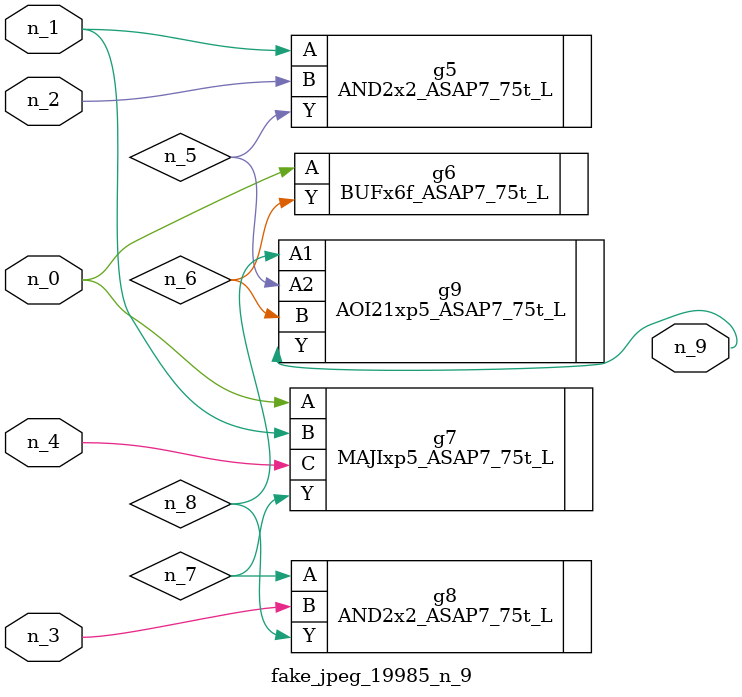
<source format=v>
module fake_jpeg_19985_n_9 (n_3, n_2, n_1, n_0, n_4, n_9);

input n_3;
input n_2;
input n_1;
input n_0;
input n_4;

output n_9;

wire n_8;
wire n_6;
wire n_5;
wire n_7;

AND2x2_ASAP7_75t_L g5 ( 
.A(n_1),
.B(n_2),
.Y(n_5)
);

BUFx6f_ASAP7_75t_L g6 ( 
.A(n_0),
.Y(n_6)
);

MAJIxp5_ASAP7_75t_L g7 ( 
.A(n_0),
.B(n_1),
.C(n_4),
.Y(n_7)
);

AND2x2_ASAP7_75t_L g8 ( 
.A(n_7),
.B(n_3),
.Y(n_8)
);

AOI21xp5_ASAP7_75t_L g9 ( 
.A1(n_8),
.A2(n_5),
.B(n_6),
.Y(n_9)
);


endmodule
</source>
